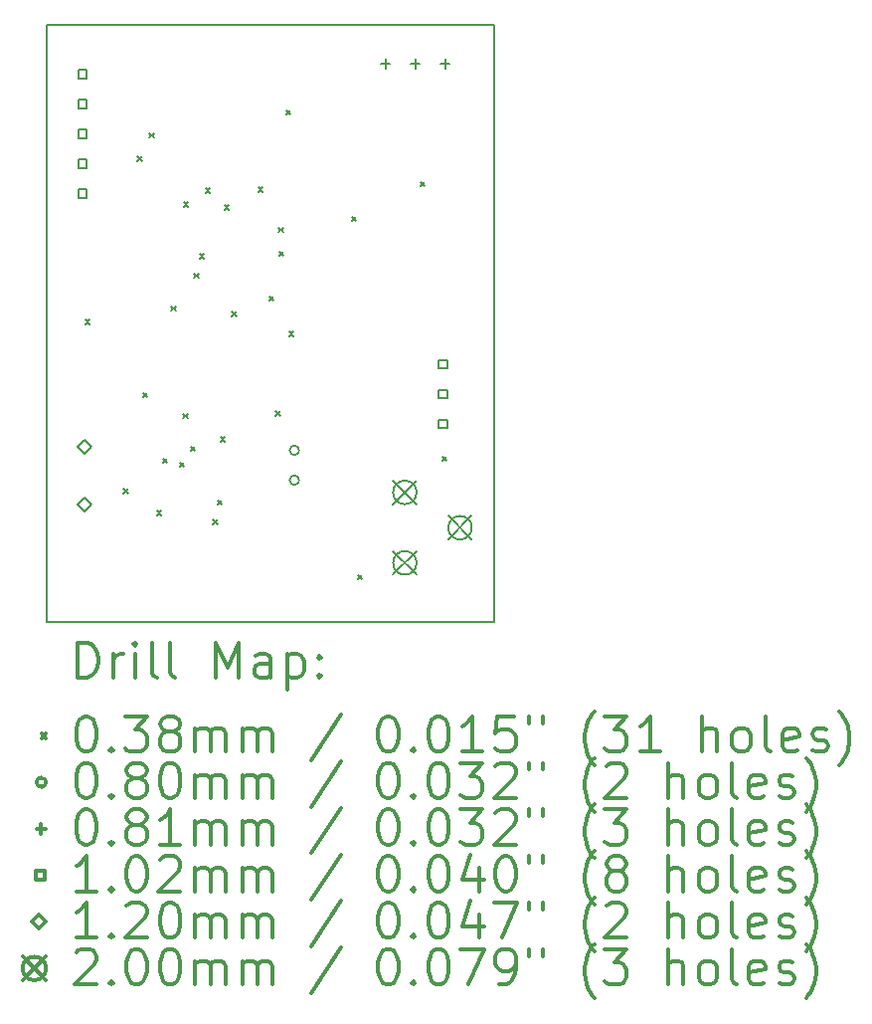
<source format=gbr>
%FSLAX45Y45*%
G04 Gerber Fmt 4.5, Leading zero omitted, Abs format (unit mm)*
G04 Created by KiCad (PCBNEW (2015-08-30 BZR 6134, Git 4e94d52)-product) date 03-Sep-15 10:47:22 PM*
%MOMM*%
G01*
G04 APERTURE LIST*
%ADD10C,0.127000*%
%ADD11C,0.150000*%
%ADD12C,0.200000*%
%ADD13C,0.300000*%
G04 APERTURE END LIST*
D10*
D11*
X17628000Y-7582000D02*
X13818000Y-7582000D01*
X17628000Y-12662000D02*
X17628000Y-7582000D01*
X16358000Y-12662000D02*
X17628000Y-12662000D01*
X15088000Y-7582000D02*
X17628000Y-7582000D01*
X13818000Y-12662000D02*
X16358000Y-12662000D01*
X13818000Y-12662000D02*
X13818000Y-7582000D01*
X17628000Y-7582000D02*
X17628000Y-12662000D01*
D12*
X14144062Y-10090212D02*
X14182162Y-10128312D01*
X14182162Y-10090212D02*
X14144062Y-10128312D01*
X14469058Y-11530398D02*
X14507158Y-11568498D01*
X14507158Y-11530398D02*
X14469058Y-11568498D01*
X14590617Y-8700817D02*
X14628717Y-8738917D01*
X14628717Y-8700817D02*
X14590617Y-8738917D01*
X14637150Y-10712550D02*
X14675250Y-10750650D01*
X14675250Y-10712550D02*
X14637150Y-10750650D01*
X14690950Y-8500950D02*
X14729050Y-8539050D01*
X14729050Y-8500950D02*
X14690950Y-8539050D01*
X14753792Y-11717160D02*
X14791892Y-11755260D01*
X14791892Y-11717160D02*
X14753792Y-11755260D01*
X14806562Y-11269951D02*
X14844662Y-11308051D01*
X14844662Y-11269951D02*
X14806562Y-11308051D01*
X14877016Y-9975594D02*
X14915116Y-10013694D01*
X14915116Y-9975594D02*
X14877016Y-10013694D01*
X14950573Y-11303092D02*
X14988673Y-11341192D01*
X14988673Y-11303092D02*
X14950573Y-11341192D01*
X14979650Y-10890250D02*
X15017750Y-10928350D01*
X15017750Y-10890250D02*
X14979650Y-10928350D01*
X14980950Y-9090950D02*
X15019050Y-9129050D01*
X15019050Y-9090950D02*
X14980950Y-9129050D01*
X15040950Y-11170950D02*
X15079050Y-11209050D01*
X15079050Y-11170950D02*
X15040950Y-11209050D01*
X15071993Y-9696782D02*
X15110093Y-9734882D01*
X15110093Y-9696782D02*
X15071993Y-9734882D01*
X15117018Y-9529782D02*
X15155118Y-9567882D01*
X15155118Y-9529782D02*
X15117018Y-9567882D01*
X15168849Y-8970790D02*
X15206949Y-9008890D01*
X15206949Y-8970790D02*
X15168849Y-9008890D01*
X15233650Y-11791950D02*
X15271750Y-11830050D01*
X15271750Y-11791950D02*
X15233650Y-11830050D01*
X15272150Y-11626950D02*
X15310250Y-11665050D01*
X15310250Y-11626950D02*
X15272150Y-11665050D01*
X15297190Y-11090712D02*
X15335290Y-11128812D01*
X15335290Y-11090712D02*
X15297190Y-11128812D01*
X15328450Y-9115950D02*
X15366550Y-9154050D01*
X15366550Y-9115950D02*
X15328450Y-9154050D01*
X15394870Y-10023649D02*
X15432970Y-10061749D01*
X15432970Y-10023649D02*
X15394870Y-10061749D01*
X15618188Y-8965708D02*
X15656288Y-9003808D01*
X15656288Y-8965708D02*
X15618188Y-9003808D01*
X15710962Y-9890701D02*
X15749062Y-9928801D01*
X15749062Y-9890701D02*
X15710962Y-9928801D01*
X15764806Y-10866975D02*
X15802906Y-10905075D01*
X15802906Y-10866975D02*
X15764806Y-10905075D01*
X15790950Y-9305950D02*
X15829050Y-9344050D01*
X15829050Y-9305950D02*
X15790950Y-9344050D01*
X15795394Y-9511450D02*
X15833494Y-9549550D01*
X15833494Y-9511450D02*
X15795394Y-9549550D01*
X15856350Y-8305452D02*
X15894450Y-8343552D01*
X15894450Y-8305452D02*
X15856350Y-8343552D01*
X15880950Y-10190950D02*
X15919050Y-10229050D01*
X15919050Y-10190950D02*
X15880950Y-10229050D01*
X16415150Y-9213950D02*
X16453250Y-9252050D01*
X16453250Y-9213950D02*
X16415150Y-9252050D01*
X16465550Y-12261850D02*
X16503650Y-12299950D01*
X16503650Y-12261850D02*
X16465550Y-12299950D01*
X16999472Y-8917736D02*
X17037572Y-8955836D01*
X17037572Y-8917736D02*
X16999472Y-8955836D01*
X17183100Y-11252200D02*
X17221200Y-11290300D01*
X17221200Y-11252200D02*
X17183100Y-11290300D01*
X15966205Y-11201500D02*
G75*
G03X15966205Y-11201500I-40005J0D01*
G01*
X15966205Y-11455500D02*
G75*
G03X15966205Y-11455500I-40005J0D01*
G01*
X16700900Y-7871560D02*
X16700900Y-7952840D01*
X16660260Y-7912200D02*
X16741540Y-7912200D01*
X16954900Y-7871560D02*
X16954900Y-7952840D01*
X16914260Y-7912200D02*
X16995540Y-7912200D01*
X17208900Y-7871560D02*
X17208900Y-7952840D01*
X17168260Y-7912200D02*
X17249540Y-7912200D01*
X14158721Y-8037021D02*
X14158721Y-7965179D01*
X14086879Y-7965179D01*
X14086879Y-8037021D01*
X14158721Y-8037021D01*
X14158721Y-8291021D02*
X14158721Y-8219179D01*
X14086879Y-8219179D01*
X14086879Y-8291021D01*
X14158721Y-8291021D01*
X14158721Y-8545021D02*
X14158721Y-8473179D01*
X14086879Y-8473179D01*
X14086879Y-8545021D01*
X14158721Y-8545021D01*
X14158721Y-8799021D02*
X14158721Y-8727179D01*
X14086879Y-8727179D01*
X14086879Y-8799021D01*
X14158721Y-8799021D01*
X14158721Y-9053021D02*
X14158721Y-8981179D01*
X14086879Y-8981179D01*
X14086879Y-9053021D01*
X14158721Y-9053021D01*
X17224501Y-10505901D02*
X17224501Y-10434059D01*
X17152659Y-10434059D01*
X17152659Y-10505901D01*
X17224501Y-10505901D01*
X17224501Y-10759901D02*
X17224501Y-10688059D01*
X17152659Y-10688059D01*
X17152659Y-10759901D01*
X17224501Y-10759901D01*
X17224501Y-11013901D02*
X17224501Y-10942059D01*
X17152659Y-10942059D01*
X17152659Y-11013901D01*
X17224501Y-11013901D01*
X14141088Y-11233250D02*
X14201032Y-11173306D01*
X14141088Y-11113362D01*
X14081144Y-11173306D01*
X14141088Y-11233250D01*
X14141088Y-11721438D02*
X14201032Y-11661494D01*
X14141088Y-11601550D01*
X14081144Y-11661494D01*
X14141088Y-11721438D01*
X16766000Y-11459386D02*
X16966000Y-11659386D01*
X16966000Y-11459386D02*
X16766000Y-11659386D01*
X16966000Y-11559386D02*
G75*
G03X16966000Y-11559386I-100000J0D01*
G01*
X16766000Y-12059334D02*
X16966000Y-12259334D01*
X16966000Y-12059334D02*
X16766000Y-12259334D01*
X16966000Y-12159334D02*
G75*
G03X16966000Y-12159334I-100000J0D01*
G01*
X17235900Y-11759360D02*
X17435900Y-11959360D01*
X17435900Y-11759360D02*
X17235900Y-11959360D01*
X17435900Y-11859360D02*
G75*
G03X17435900Y-11859360I-100000J0D01*
G01*
D13*
X14081928Y-13135214D02*
X14081928Y-12835214D01*
X14153357Y-12835214D01*
X14196214Y-12849500D01*
X14224786Y-12878071D01*
X14239071Y-12906643D01*
X14253357Y-12963786D01*
X14253357Y-13006643D01*
X14239071Y-13063786D01*
X14224786Y-13092357D01*
X14196214Y-13120929D01*
X14153357Y-13135214D01*
X14081928Y-13135214D01*
X14381928Y-13135214D02*
X14381928Y-12935214D01*
X14381928Y-12992357D02*
X14396214Y-12963786D01*
X14410500Y-12949500D01*
X14439071Y-12935214D01*
X14467643Y-12935214D01*
X14567643Y-13135214D02*
X14567643Y-12935214D01*
X14567643Y-12835214D02*
X14553357Y-12849500D01*
X14567643Y-12863786D01*
X14581928Y-12849500D01*
X14567643Y-12835214D01*
X14567643Y-12863786D01*
X14753357Y-13135214D02*
X14724786Y-13120929D01*
X14710500Y-13092357D01*
X14710500Y-12835214D01*
X14910500Y-13135214D02*
X14881928Y-13120929D01*
X14867643Y-13092357D01*
X14867643Y-12835214D01*
X15253357Y-13135214D02*
X15253357Y-12835214D01*
X15353357Y-13049500D01*
X15453357Y-12835214D01*
X15453357Y-13135214D01*
X15724786Y-13135214D02*
X15724786Y-12978071D01*
X15710500Y-12949500D01*
X15681928Y-12935214D01*
X15624786Y-12935214D01*
X15596214Y-12949500D01*
X15724786Y-13120929D02*
X15696214Y-13135214D01*
X15624786Y-13135214D01*
X15596214Y-13120929D01*
X15581928Y-13092357D01*
X15581928Y-13063786D01*
X15596214Y-13035214D01*
X15624786Y-13020929D01*
X15696214Y-13020929D01*
X15724786Y-13006643D01*
X15867643Y-12935214D02*
X15867643Y-13235214D01*
X15867643Y-12949500D02*
X15896214Y-12935214D01*
X15953357Y-12935214D01*
X15981928Y-12949500D01*
X15996214Y-12963786D01*
X16010500Y-12992357D01*
X16010500Y-13078071D01*
X15996214Y-13106643D01*
X15981928Y-13120929D01*
X15953357Y-13135214D01*
X15896214Y-13135214D01*
X15867643Y-13120929D01*
X16139071Y-13106643D02*
X16153357Y-13120929D01*
X16139071Y-13135214D01*
X16124786Y-13120929D01*
X16139071Y-13106643D01*
X16139071Y-13135214D01*
X16139071Y-12949500D02*
X16153357Y-12963786D01*
X16139071Y-12978071D01*
X16124786Y-12963786D01*
X16139071Y-12949500D01*
X16139071Y-12978071D01*
X13772400Y-13610450D02*
X13810500Y-13648550D01*
X13810500Y-13610450D02*
X13772400Y-13648550D01*
X14139071Y-13465214D02*
X14167643Y-13465214D01*
X14196214Y-13479500D01*
X14210500Y-13493786D01*
X14224786Y-13522357D01*
X14239071Y-13579500D01*
X14239071Y-13650929D01*
X14224786Y-13708071D01*
X14210500Y-13736643D01*
X14196214Y-13750929D01*
X14167643Y-13765214D01*
X14139071Y-13765214D01*
X14110500Y-13750929D01*
X14096214Y-13736643D01*
X14081928Y-13708071D01*
X14067643Y-13650929D01*
X14067643Y-13579500D01*
X14081928Y-13522357D01*
X14096214Y-13493786D01*
X14110500Y-13479500D01*
X14139071Y-13465214D01*
X14367643Y-13736643D02*
X14381928Y-13750929D01*
X14367643Y-13765214D01*
X14353357Y-13750929D01*
X14367643Y-13736643D01*
X14367643Y-13765214D01*
X14481928Y-13465214D02*
X14667643Y-13465214D01*
X14567643Y-13579500D01*
X14610500Y-13579500D01*
X14639071Y-13593786D01*
X14653357Y-13608071D01*
X14667643Y-13636643D01*
X14667643Y-13708071D01*
X14653357Y-13736643D01*
X14639071Y-13750929D01*
X14610500Y-13765214D01*
X14524786Y-13765214D01*
X14496214Y-13750929D01*
X14481928Y-13736643D01*
X14839071Y-13593786D02*
X14810500Y-13579500D01*
X14796214Y-13565214D01*
X14781928Y-13536643D01*
X14781928Y-13522357D01*
X14796214Y-13493786D01*
X14810500Y-13479500D01*
X14839071Y-13465214D01*
X14896214Y-13465214D01*
X14924786Y-13479500D01*
X14939071Y-13493786D01*
X14953357Y-13522357D01*
X14953357Y-13536643D01*
X14939071Y-13565214D01*
X14924786Y-13579500D01*
X14896214Y-13593786D01*
X14839071Y-13593786D01*
X14810500Y-13608071D01*
X14796214Y-13622357D01*
X14781928Y-13650929D01*
X14781928Y-13708071D01*
X14796214Y-13736643D01*
X14810500Y-13750929D01*
X14839071Y-13765214D01*
X14896214Y-13765214D01*
X14924786Y-13750929D01*
X14939071Y-13736643D01*
X14953357Y-13708071D01*
X14953357Y-13650929D01*
X14939071Y-13622357D01*
X14924786Y-13608071D01*
X14896214Y-13593786D01*
X15081928Y-13765214D02*
X15081928Y-13565214D01*
X15081928Y-13593786D02*
X15096214Y-13579500D01*
X15124786Y-13565214D01*
X15167643Y-13565214D01*
X15196214Y-13579500D01*
X15210500Y-13608071D01*
X15210500Y-13765214D01*
X15210500Y-13608071D02*
X15224786Y-13579500D01*
X15253357Y-13565214D01*
X15296214Y-13565214D01*
X15324786Y-13579500D01*
X15339071Y-13608071D01*
X15339071Y-13765214D01*
X15481928Y-13765214D02*
X15481928Y-13565214D01*
X15481928Y-13593786D02*
X15496214Y-13579500D01*
X15524786Y-13565214D01*
X15567643Y-13565214D01*
X15596214Y-13579500D01*
X15610500Y-13608071D01*
X15610500Y-13765214D01*
X15610500Y-13608071D02*
X15624786Y-13579500D01*
X15653357Y-13565214D01*
X15696214Y-13565214D01*
X15724786Y-13579500D01*
X15739071Y-13608071D01*
X15739071Y-13765214D01*
X16324786Y-13450929D02*
X16067643Y-13836643D01*
X16710500Y-13465214D02*
X16739071Y-13465214D01*
X16767643Y-13479500D01*
X16781928Y-13493786D01*
X16796214Y-13522357D01*
X16810500Y-13579500D01*
X16810500Y-13650929D01*
X16796214Y-13708071D01*
X16781928Y-13736643D01*
X16767643Y-13750929D01*
X16739071Y-13765214D01*
X16710500Y-13765214D01*
X16681928Y-13750929D01*
X16667643Y-13736643D01*
X16653357Y-13708071D01*
X16639071Y-13650929D01*
X16639071Y-13579500D01*
X16653357Y-13522357D01*
X16667643Y-13493786D01*
X16681928Y-13479500D01*
X16710500Y-13465214D01*
X16939071Y-13736643D02*
X16953357Y-13750929D01*
X16939071Y-13765214D01*
X16924786Y-13750929D01*
X16939071Y-13736643D01*
X16939071Y-13765214D01*
X17139071Y-13465214D02*
X17167643Y-13465214D01*
X17196214Y-13479500D01*
X17210500Y-13493786D01*
X17224786Y-13522357D01*
X17239071Y-13579500D01*
X17239071Y-13650929D01*
X17224786Y-13708071D01*
X17210500Y-13736643D01*
X17196214Y-13750929D01*
X17167643Y-13765214D01*
X17139071Y-13765214D01*
X17110500Y-13750929D01*
X17096214Y-13736643D01*
X17081928Y-13708071D01*
X17067643Y-13650929D01*
X17067643Y-13579500D01*
X17081928Y-13522357D01*
X17096214Y-13493786D01*
X17110500Y-13479500D01*
X17139071Y-13465214D01*
X17524786Y-13765214D02*
X17353357Y-13765214D01*
X17439071Y-13765214D02*
X17439071Y-13465214D01*
X17410500Y-13508071D01*
X17381928Y-13536643D01*
X17353357Y-13550929D01*
X17796214Y-13465214D02*
X17653357Y-13465214D01*
X17639071Y-13608071D01*
X17653357Y-13593786D01*
X17681928Y-13579500D01*
X17753357Y-13579500D01*
X17781928Y-13593786D01*
X17796214Y-13608071D01*
X17810500Y-13636643D01*
X17810500Y-13708071D01*
X17796214Y-13736643D01*
X17781928Y-13750929D01*
X17753357Y-13765214D01*
X17681928Y-13765214D01*
X17653357Y-13750929D01*
X17639071Y-13736643D01*
X17924786Y-13465214D02*
X17924786Y-13522357D01*
X18039071Y-13465214D02*
X18039071Y-13522357D01*
X18481928Y-13879500D02*
X18467643Y-13865214D01*
X18439071Y-13822357D01*
X18424786Y-13793786D01*
X18410500Y-13750929D01*
X18396214Y-13679500D01*
X18396214Y-13622357D01*
X18410500Y-13550929D01*
X18424786Y-13508071D01*
X18439071Y-13479500D01*
X18467643Y-13436643D01*
X18481928Y-13422357D01*
X18567643Y-13465214D02*
X18753357Y-13465214D01*
X18653357Y-13579500D01*
X18696214Y-13579500D01*
X18724786Y-13593786D01*
X18739071Y-13608071D01*
X18753357Y-13636643D01*
X18753357Y-13708071D01*
X18739071Y-13736643D01*
X18724786Y-13750929D01*
X18696214Y-13765214D01*
X18610500Y-13765214D01*
X18581928Y-13750929D01*
X18567643Y-13736643D01*
X19039071Y-13765214D02*
X18867643Y-13765214D01*
X18953357Y-13765214D02*
X18953357Y-13465214D01*
X18924786Y-13508071D01*
X18896214Y-13536643D01*
X18867643Y-13550929D01*
X19396214Y-13765214D02*
X19396214Y-13465214D01*
X19524786Y-13765214D02*
X19524786Y-13608071D01*
X19510500Y-13579500D01*
X19481928Y-13565214D01*
X19439071Y-13565214D01*
X19410500Y-13579500D01*
X19396214Y-13593786D01*
X19710500Y-13765214D02*
X19681928Y-13750929D01*
X19667643Y-13736643D01*
X19653357Y-13708071D01*
X19653357Y-13622357D01*
X19667643Y-13593786D01*
X19681928Y-13579500D01*
X19710500Y-13565214D01*
X19753357Y-13565214D01*
X19781928Y-13579500D01*
X19796214Y-13593786D01*
X19810500Y-13622357D01*
X19810500Y-13708071D01*
X19796214Y-13736643D01*
X19781928Y-13750929D01*
X19753357Y-13765214D01*
X19710500Y-13765214D01*
X19981928Y-13765214D02*
X19953357Y-13750929D01*
X19939071Y-13722357D01*
X19939071Y-13465214D01*
X20210500Y-13750929D02*
X20181929Y-13765214D01*
X20124786Y-13765214D01*
X20096214Y-13750929D01*
X20081929Y-13722357D01*
X20081929Y-13608071D01*
X20096214Y-13579500D01*
X20124786Y-13565214D01*
X20181929Y-13565214D01*
X20210500Y-13579500D01*
X20224786Y-13608071D01*
X20224786Y-13636643D01*
X20081929Y-13665214D01*
X20339071Y-13750929D02*
X20367643Y-13765214D01*
X20424786Y-13765214D01*
X20453357Y-13750929D01*
X20467643Y-13722357D01*
X20467643Y-13708071D01*
X20453357Y-13679500D01*
X20424786Y-13665214D01*
X20381929Y-13665214D01*
X20353357Y-13650929D01*
X20339071Y-13622357D01*
X20339071Y-13608071D01*
X20353357Y-13579500D01*
X20381929Y-13565214D01*
X20424786Y-13565214D01*
X20453357Y-13579500D01*
X20567643Y-13879500D02*
X20581929Y-13865214D01*
X20610500Y-13822357D01*
X20624786Y-13793786D01*
X20639071Y-13750929D01*
X20653357Y-13679500D01*
X20653357Y-13622357D01*
X20639071Y-13550929D01*
X20624786Y-13508071D01*
X20610500Y-13479500D01*
X20581929Y-13436643D01*
X20567643Y-13422357D01*
X13810500Y-14025500D02*
G75*
G03X13810500Y-14025500I-40005J0D01*
G01*
X14139071Y-13861214D02*
X14167643Y-13861214D01*
X14196214Y-13875500D01*
X14210500Y-13889786D01*
X14224786Y-13918357D01*
X14239071Y-13975500D01*
X14239071Y-14046929D01*
X14224786Y-14104071D01*
X14210500Y-14132643D01*
X14196214Y-14146929D01*
X14167643Y-14161214D01*
X14139071Y-14161214D01*
X14110500Y-14146929D01*
X14096214Y-14132643D01*
X14081928Y-14104071D01*
X14067643Y-14046929D01*
X14067643Y-13975500D01*
X14081928Y-13918357D01*
X14096214Y-13889786D01*
X14110500Y-13875500D01*
X14139071Y-13861214D01*
X14367643Y-14132643D02*
X14381928Y-14146929D01*
X14367643Y-14161214D01*
X14353357Y-14146929D01*
X14367643Y-14132643D01*
X14367643Y-14161214D01*
X14553357Y-13989786D02*
X14524786Y-13975500D01*
X14510500Y-13961214D01*
X14496214Y-13932643D01*
X14496214Y-13918357D01*
X14510500Y-13889786D01*
X14524786Y-13875500D01*
X14553357Y-13861214D01*
X14610500Y-13861214D01*
X14639071Y-13875500D01*
X14653357Y-13889786D01*
X14667643Y-13918357D01*
X14667643Y-13932643D01*
X14653357Y-13961214D01*
X14639071Y-13975500D01*
X14610500Y-13989786D01*
X14553357Y-13989786D01*
X14524786Y-14004071D01*
X14510500Y-14018357D01*
X14496214Y-14046929D01*
X14496214Y-14104071D01*
X14510500Y-14132643D01*
X14524786Y-14146929D01*
X14553357Y-14161214D01*
X14610500Y-14161214D01*
X14639071Y-14146929D01*
X14653357Y-14132643D01*
X14667643Y-14104071D01*
X14667643Y-14046929D01*
X14653357Y-14018357D01*
X14639071Y-14004071D01*
X14610500Y-13989786D01*
X14853357Y-13861214D02*
X14881928Y-13861214D01*
X14910500Y-13875500D01*
X14924786Y-13889786D01*
X14939071Y-13918357D01*
X14953357Y-13975500D01*
X14953357Y-14046929D01*
X14939071Y-14104071D01*
X14924786Y-14132643D01*
X14910500Y-14146929D01*
X14881928Y-14161214D01*
X14853357Y-14161214D01*
X14824786Y-14146929D01*
X14810500Y-14132643D01*
X14796214Y-14104071D01*
X14781928Y-14046929D01*
X14781928Y-13975500D01*
X14796214Y-13918357D01*
X14810500Y-13889786D01*
X14824786Y-13875500D01*
X14853357Y-13861214D01*
X15081928Y-14161214D02*
X15081928Y-13961214D01*
X15081928Y-13989786D02*
X15096214Y-13975500D01*
X15124786Y-13961214D01*
X15167643Y-13961214D01*
X15196214Y-13975500D01*
X15210500Y-14004071D01*
X15210500Y-14161214D01*
X15210500Y-14004071D02*
X15224786Y-13975500D01*
X15253357Y-13961214D01*
X15296214Y-13961214D01*
X15324786Y-13975500D01*
X15339071Y-14004071D01*
X15339071Y-14161214D01*
X15481928Y-14161214D02*
X15481928Y-13961214D01*
X15481928Y-13989786D02*
X15496214Y-13975500D01*
X15524786Y-13961214D01*
X15567643Y-13961214D01*
X15596214Y-13975500D01*
X15610500Y-14004071D01*
X15610500Y-14161214D01*
X15610500Y-14004071D02*
X15624786Y-13975500D01*
X15653357Y-13961214D01*
X15696214Y-13961214D01*
X15724786Y-13975500D01*
X15739071Y-14004071D01*
X15739071Y-14161214D01*
X16324786Y-13846929D02*
X16067643Y-14232643D01*
X16710500Y-13861214D02*
X16739071Y-13861214D01*
X16767643Y-13875500D01*
X16781928Y-13889786D01*
X16796214Y-13918357D01*
X16810500Y-13975500D01*
X16810500Y-14046929D01*
X16796214Y-14104071D01*
X16781928Y-14132643D01*
X16767643Y-14146929D01*
X16739071Y-14161214D01*
X16710500Y-14161214D01*
X16681928Y-14146929D01*
X16667643Y-14132643D01*
X16653357Y-14104071D01*
X16639071Y-14046929D01*
X16639071Y-13975500D01*
X16653357Y-13918357D01*
X16667643Y-13889786D01*
X16681928Y-13875500D01*
X16710500Y-13861214D01*
X16939071Y-14132643D02*
X16953357Y-14146929D01*
X16939071Y-14161214D01*
X16924786Y-14146929D01*
X16939071Y-14132643D01*
X16939071Y-14161214D01*
X17139071Y-13861214D02*
X17167643Y-13861214D01*
X17196214Y-13875500D01*
X17210500Y-13889786D01*
X17224786Y-13918357D01*
X17239071Y-13975500D01*
X17239071Y-14046929D01*
X17224786Y-14104071D01*
X17210500Y-14132643D01*
X17196214Y-14146929D01*
X17167643Y-14161214D01*
X17139071Y-14161214D01*
X17110500Y-14146929D01*
X17096214Y-14132643D01*
X17081928Y-14104071D01*
X17067643Y-14046929D01*
X17067643Y-13975500D01*
X17081928Y-13918357D01*
X17096214Y-13889786D01*
X17110500Y-13875500D01*
X17139071Y-13861214D01*
X17339071Y-13861214D02*
X17524786Y-13861214D01*
X17424786Y-13975500D01*
X17467643Y-13975500D01*
X17496214Y-13989786D01*
X17510500Y-14004071D01*
X17524786Y-14032643D01*
X17524786Y-14104071D01*
X17510500Y-14132643D01*
X17496214Y-14146929D01*
X17467643Y-14161214D01*
X17381928Y-14161214D01*
X17353357Y-14146929D01*
X17339071Y-14132643D01*
X17639071Y-13889786D02*
X17653357Y-13875500D01*
X17681928Y-13861214D01*
X17753357Y-13861214D01*
X17781928Y-13875500D01*
X17796214Y-13889786D01*
X17810500Y-13918357D01*
X17810500Y-13946929D01*
X17796214Y-13989786D01*
X17624786Y-14161214D01*
X17810500Y-14161214D01*
X17924786Y-13861214D02*
X17924786Y-13918357D01*
X18039071Y-13861214D02*
X18039071Y-13918357D01*
X18481928Y-14275500D02*
X18467643Y-14261214D01*
X18439071Y-14218357D01*
X18424786Y-14189786D01*
X18410500Y-14146929D01*
X18396214Y-14075500D01*
X18396214Y-14018357D01*
X18410500Y-13946929D01*
X18424786Y-13904071D01*
X18439071Y-13875500D01*
X18467643Y-13832643D01*
X18481928Y-13818357D01*
X18581928Y-13889786D02*
X18596214Y-13875500D01*
X18624786Y-13861214D01*
X18696214Y-13861214D01*
X18724786Y-13875500D01*
X18739071Y-13889786D01*
X18753357Y-13918357D01*
X18753357Y-13946929D01*
X18739071Y-13989786D01*
X18567643Y-14161214D01*
X18753357Y-14161214D01*
X19110500Y-14161214D02*
X19110500Y-13861214D01*
X19239071Y-14161214D02*
X19239071Y-14004071D01*
X19224786Y-13975500D01*
X19196214Y-13961214D01*
X19153357Y-13961214D01*
X19124786Y-13975500D01*
X19110500Y-13989786D01*
X19424786Y-14161214D02*
X19396214Y-14146929D01*
X19381928Y-14132643D01*
X19367643Y-14104071D01*
X19367643Y-14018357D01*
X19381928Y-13989786D01*
X19396214Y-13975500D01*
X19424786Y-13961214D01*
X19467643Y-13961214D01*
X19496214Y-13975500D01*
X19510500Y-13989786D01*
X19524786Y-14018357D01*
X19524786Y-14104071D01*
X19510500Y-14132643D01*
X19496214Y-14146929D01*
X19467643Y-14161214D01*
X19424786Y-14161214D01*
X19696214Y-14161214D02*
X19667643Y-14146929D01*
X19653357Y-14118357D01*
X19653357Y-13861214D01*
X19924786Y-14146929D02*
X19896214Y-14161214D01*
X19839071Y-14161214D01*
X19810500Y-14146929D01*
X19796214Y-14118357D01*
X19796214Y-14004071D01*
X19810500Y-13975500D01*
X19839071Y-13961214D01*
X19896214Y-13961214D01*
X19924786Y-13975500D01*
X19939071Y-14004071D01*
X19939071Y-14032643D01*
X19796214Y-14061214D01*
X20053357Y-14146929D02*
X20081929Y-14161214D01*
X20139071Y-14161214D01*
X20167643Y-14146929D01*
X20181929Y-14118357D01*
X20181929Y-14104071D01*
X20167643Y-14075500D01*
X20139071Y-14061214D01*
X20096214Y-14061214D01*
X20067643Y-14046929D01*
X20053357Y-14018357D01*
X20053357Y-14004071D01*
X20067643Y-13975500D01*
X20096214Y-13961214D01*
X20139071Y-13961214D01*
X20167643Y-13975500D01*
X20281928Y-14275500D02*
X20296214Y-14261214D01*
X20324786Y-14218357D01*
X20339071Y-14189786D01*
X20353357Y-14146929D01*
X20367643Y-14075500D01*
X20367643Y-14018357D01*
X20353357Y-13946929D01*
X20339071Y-13904071D01*
X20324786Y-13875500D01*
X20296214Y-13832643D01*
X20281928Y-13818357D01*
X13769860Y-14380860D02*
X13769860Y-14462140D01*
X13729220Y-14421500D02*
X13810500Y-14421500D01*
X14139071Y-14257214D02*
X14167643Y-14257214D01*
X14196214Y-14271500D01*
X14210500Y-14285786D01*
X14224786Y-14314357D01*
X14239071Y-14371500D01*
X14239071Y-14442929D01*
X14224786Y-14500071D01*
X14210500Y-14528643D01*
X14196214Y-14542929D01*
X14167643Y-14557214D01*
X14139071Y-14557214D01*
X14110500Y-14542929D01*
X14096214Y-14528643D01*
X14081928Y-14500071D01*
X14067643Y-14442929D01*
X14067643Y-14371500D01*
X14081928Y-14314357D01*
X14096214Y-14285786D01*
X14110500Y-14271500D01*
X14139071Y-14257214D01*
X14367643Y-14528643D02*
X14381928Y-14542929D01*
X14367643Y-14557214D01*
X14353357Y-14542929D01*
X14367643Y-14528643D01*
X14367643Y-14557214D01*
X14553357Y-14385786D02*
X14524786Y-14371500D01*
X14510500Y-14357214D01*
X14496214Y-14328643D01*
X14496214Y-14314357D01*
X14510500Y-14285786D01*
X14524786Y-14271500D01*
X14553357Y-14257214D01*
X14610500Y-14257214D01*
X14639071Y-14271500D01*
X14653357Y-14285786D01*
X14667643Y-14314357D01*
X14667643Y-14328643D01*
X14653357Y-14357214D01*
X14639071Y-14371500D01*
X14610500Y-14385786D01*
X14553357Y-14385786D01*
X14524786Y-14400071D01*
X14510500Y-14414357D01*
X14496214Y-14442929D01*
X14496214Y-14500071D01*
X14510500Y-14528643D01*
X14524786Y-14542929D01*
X14553357Y-14557214D01*
X14610500Y-14557214D01*
X14639071Y-14542929D01*
X14653357Y-14528643D01*
X14667643Y-14500071D01*
X14667643Y-14442929D01*
X14653357Y-14414357D01*
X14639071Y-14400071D01*
X14610500Y-14385786D01*
X14953357Y-14557214D02*
X14781928Y-14557214D01*
X14867643Y-14557214D02*
X14867643Y-14257214D01*
X14839071Y-14300071D01*
X14810500Y-14328643D01*
X14781928Y-14342929D01*
X15081928Y-14557214D02*
X15081928Y-14357214D01*
X15081928Y-14385786D02*
X15096214Y-14371500D01*
X15124786Y-14357214D01*
X15167643Y-14357214D01*
X15196214Y-14371500D01*
X15210500Y-14400071D01*
X15210500Y-14557214D01*
X15210500Y-14400071D02*
X15224786Y-14371500D01*
X15253357Y-14357214D01*
X15296214Y-14357214D01*
X15324786Y-14371500D01*
X15339071Y-14400071D01*
X15339071Y-14557214D01*
X15481928Y-14557214D02*
X15481928Y-14357214D01*
X15481928Y-14385786D02*
X15496214Y-14371500D01*
X15524786Y-14357214D01*
X15567643Y-14357214D01*
X15596214Y-14371500D01*
X15610500Y-14400071D01*
X15610500Y-14557214D01*
X15610500Y-14400071D02*
X15624786Y-14371500D01*
X15653357Y-14357214D01*
X15696214Y-14357214D01*
X15724786Y-14371500D01*
X15739071Y-14400071D01*
X15739071Y-14557214D01*
X16324786Y-14242929D02*
X16067643Y-14628643D01*
X16710500Y-14257214D02*
X16739071Y-14257214D01*
X16767643Y-14271500D01*
X16781928Y-14285786D01*
X16796214Y-14314357D01*
X16810500Y-14371500D01*
X16810500Y-14442929D01*
X16796214Y-14500071D01*
X16781928Y-14528643D01*
X16767643Y-14542929D01*
X16739071Y-14557214D01*
X16710500Y-14557214D01*
X16681928Y-14542929D01*
X16667643Y-14528643D01*
X16653357Y-14500071D01*
X16639071Y-14442929D01*
X16639071Y-14371500D01*
X16653357Y-14314357D01*
X16667643Y-14285786D01*
X16681928Y-14271500D01*
X16710500Y-14257214D01*
X16939071Y-14528643D02*
X16953357Y-14542929D01*
X16939071Y-14557214D01*
X16924786Y-14542929D01*
X16939071Y-14528643D01*
X16939071Y-14557214D01*
X17139071Y-14257214D02*
X17167643Y-14257214D01*
X17196214Y-14271500D01*
X17210500Y-14285786D01*
X17224786Y-14314357D01*
X17239071Y-14371500D01*
X17239071Y-14442929D01*
X17224786Y-14500071D01*
X17210500Y-14528643D01*
X17196214Y-14542929D01*
X17167643Y-14557214D01*
X17139071Y-14557214D01*
X17110500Y-14542929D01*
X17096214Y-14528643D01*
X17081928Y-14500071D01*
X17067643Y-14442929D01*
X17067643Y-14371500D01*
X17081928Y-14314357D01*
X17096214Y-14285786D01*
X17110500Y-14271500D01*
X17139071Y-14257214D01*
X17339071Y-14257214D02*
X17524786Y-14257214D01*
X17424786Y-14371500D01*
X17467643Y-14371500D01*
X17496214Y-14385786D01*
X17510500Y-14400071D01*
X17524786Y-14428643D01*
X17524786Y-14500071D01*
X17510500Y-14528643D01*
X17496214Y-14542929D01*
X17467643Y-14557214D01*
X17381928Y-14557214D01*
X17353357Y-14542929D01*
X17339071Y-14528643D01*
X17639071Y-14285786D02*
X17653357Y-14271500D01*
X17681928Y-14257214D01*
X17753357Y-14257214D01*
X17781928Y-14271500D01*
X17796214Y-14285786D01*
X17810500Y-14314357D01*
X17810500Y-14342929D01*
X17796214Y-14385786D01*
X17624786Y-14557214D01*
X17810500Y-14557214D01*
X17924786Y-14257214D02*
X17924786Y-14314357D01*
X18039071Y-14257214D02*
X18039071Y-14314357D01*
X18481928Y-14671500D02*
X18467643Y-14657214D01*
X18439071Y-14614357D01*
X18424786Y-14585786D01*
X18410500Y-14542929D01*
X18396214Y-14471500D01*
X18396214Y-14414357D01*
X18410500Y-14342929D01*
X18424786Y-14300071D01*
X18439071Y-14271500D01*
X18467643Y-14228643D01*
X18481928Y-14214357D01*
X18567643Y-14257214D02*
X18753357Y-14257214D01*
X18653357Y-14371500D01*
X18696214Y-14371500D01*
X18724786Y-14385786D01*
X18739071Y-14400071D01*
X18753357Y-14428643D01*
X18753357Y-14500071D01*
X18739071Y-14528643D01*
X18724786Y-14542929D01*
X18696214Y-14557214D01*
X18610500Y-14557214D01*
X18581928Y-14542929D01*
X18567643Y-14528643D01*
X19110500Y-14557214D02*
X19110500Y-14257214D01*
X19239071Y-14557214D02*
X19239071Y-14400071D01*
X19224786Y-14371500D01*
X19196214Y-14357214D01*
X19153357Y-14357214D01*
X19124786Y-14371500D01*
X19110500Y-14385786D01*
X19424786Y-14557214D02*
X19396214Y-14542929D01*
X19381928Y-14528643D01*
X19367643Y-14500071D01*
X19367643Y-14414357D01*
X19381928Y-14385786D01*
X19396214Y-14371500D01*
X19424786Y-14357214D01*
X19467643Y-14357214D01*
X19496214Y-14371500D01*
X19510500Y-14385786D01*
X19524786Y-14414357D01*
X19524786Y-14500071D01*
X19510500Y-14528643D01*
X19496214Y-14542929D01*
X19467643Y-14557214D01*
X19424786Y-14557214D01*
X19696214Y-14557214D02*
X19667643Y-14542929D01*
X19653357Y-14514357D01*
X19653357Y-14257214D01*
X19924786Y-14542929D02*
X19896214Y-14557214D01*
X19839071Y-14557214D01*
X19810500Y-14542929D01*
X19796214Y-14514357D01*
X19796214Y-14400071D01*
X19810500Y-14371500D01*
X19839071Y-14357214D01*
X19896214Y-14357214D01*
X19924786Y-14371500D01*
X19939071Y-14400071D01*
X19939071Y-14428643D01*
X19796214Y-14457214D01*
X20053357Y-14542929D02*
X20081929Y-14557214D01*
X20139071Y-14557214D01*
X20167643Y-14542929D01*
X20181929Y-14514357D01*
X20181929Y-14500071D01*
X20167643Y-14471500D01*
X20139071Y-14457214D01*
X20096214Y-14457214D01*
X20067643Y-14442929D01*
X20053357Y-14414357D01*
X20053357Y-14400071D01*
X20067643Y-14371500D01*
X20096214Y-14357214D01*
X20139071Y-14357214D01*
X20167643Y-14371500D01*
X20281928Y-14671500D02*
X20296214Y-14657214D01*
X20324786Y-14614357D01*
X20339071Y-14585786D01*
X20353357Y-14542929D01*
X20367643Y-14471500D01*
X20367643Y-14414357D01*
X20353357Y-14342929D01*
X20339071Y-14300071D01*
X20324786Y-14271500D01*
X20296214Y-14228643D01*
X20281928Y-14214357D01*
X13795621Y-14853421D02*
X13795621Y-14781579D01*
X13723778Y-14781579D01*
X13723778Y-14853421D01*
X13795621Y-14853421D01*
X14239071Y-14953214D02*
X14067643Y-14953214D01*
X14153357Y-14953214D02*
X14153357Y-14653214D01*
X14124786Y-14696071D01*
X14096214Y-14724643D01*
X14067643Y-14738929D01*
X14367643Y-14924643D02*
X14381928Y-14938929D01*
X14367643Y-14953214D01*
X14353357Y-14938929D01*
X14367643Y-14924643D01*
X14367643Y-14953214D01*
X14567643Y-14653214D02*
X14596214Y-14653214D01*
X14624786Y-14667500D01*
X14639071Y-14681786D01*
X14653357Y-14710357D01*
X14667643Y-14767500D01*
X14667643Y-14838929D01*
X14653357Y-14896071D01*
X14639071Y-14924643D01*
X14624786Y-14938929D01*
X14596214Y-14953214D01*
X14567643Y-14953214D01*
X14539071Y-14938929D01*
X14524786Y-14924643D01*
X14510500Y-14896071D01*
X14496214Y-14838929D01*
X14496214Y-14767500D01*
X14510500Y-14710357D01*
X14524786Y-14681786D01*
X14539071Y-14667500D01*
X14567643Y-14653214D01*
X14781928Y-14681786D02*
X14796214Y-14667500D01*
X14824786Y-14653214D01*
X14896214Y-14653214D01*
X14924786Y-14667500D01*
X14939071Y-14681786D01*
X14953357Y-14710357D01*
X14953357Y-14738929D01*
X14939071Y-14781786D01*
X14767643Y-14953214D01*
X14953357Y-14953214D01*
X15081928Y-14953214D02*
X15081928Y-14753214D01*
X15081928Y-14781786D02*
X15096214Y-14767500D01*
X15124786Y-14753214D01*
X15167643Y-14753214D01*
X15196214Y-14767500D01*
X15210500Y-14796071D01*
X15210500Y-14953214D01*
X15210500Y-14796071D02*
X15224786Y-14767500D01*
X15253357Y-14753214D01*
X15296214Y-14753214D01*
X15324786Y-14767500D01*
X15339071Y-14796071D01*
X15339071Y-14953214D01*
X15481928Y-14953214D02*
X15481928Y-14753214D01*
X15481928Y-14781786D02*
X15496214Y-14767500D01*
X15524786Y-14753214D01*
X15567643Y-14753214D01*
X15596214Y-14767500D01*
X15610500Y-14796071D01*
X15610500Y-14953214D01*
X15610500Y-14796071D02*
X15624786Y-14767500D01*
X15653357Y-14753214D01*
X15696214Y-14753214D01*
X15724786Y-14767500D01*
X15739071Y-14796071D01*
X15739071Y-14953214D01*
X16324786Y-14638929D02*
X16067643Y-15024643D01*
X16710500Y-14653214D02*
X16739071Y-14653214D01*
X16767643Y-14667500D01*
X16781928Y-14681786D01*
X16796214Y-14710357D01*
X16810500Y-14767500D01*
X16810500Y-14838929D01*
X16796214Y-14896071D01*
X16781928Y-14924643D01*
X16767643Y-14938929D01*
X16739071Y-14953214D01*
X16710500Y-14953214D01*
X16681928Y-14938929D01*
X16667643Y-14924643D01*
X16653357Y-14896071D01*
X16639071Y-14838929D01*
X16639071Y-14767500D01*
X16653357Y-14710357D01*
X16667643Y-14681786D01*
X16681928Y-14667500D01*
X16710500Y-14653214D01*
X16939071Y-14924643D02*
X16953357Y-14938929D01*
X16939071Y-14953214D01*
X16924786Y-14938929D01*
X16939071Y-14924643D01*
X16939071Y-14953214D01*
X17139071Y-14653214D02*
X17167643Y-14653214D01*
X17196214Y-14667500D01*
X17210500Y-14681786D01*
X17224786Y-14710357D01*
X17239071Y-14767500D01*
X17239071Y-14838929D01*
X17224786Y-14896071D01*
X17210500Y-14924643D01*
X17196214Y-14938929D01*
X17167643Y-14953214D01*
X17139071Y-14953214D01*
X17110500Y-14938929D01*
X17096214Y-14924643D01*
X17081928Y-14896071D01*
X17067643Y-14838929D01*
X17067643Y-14767500D01*
X17081928Y-14710357D01*
X17096214Y-14681786D01*
X17110500Y-14667500D01*
X17139071Y-14653214D01*
X17496214Y-14753214D02*
X17496214Y-14953214D01*
X17424786Y-14638929D02*
X17353357Y-14853214D01*
X17539071Y-14853214D01*
X17710500Y-14653214D02*
X17739071Y-14653214D01*
X17767643Y-14667500D01*
X17781928Y-14681786D01*
X17796214Y-14710357D01*
X17810500Y-14767500D01*
X17810500Y-14838929D01*
X17796214Y-14896071D01*
X17781928Y-14924643D01*
X17767643Y-14938929D01*
X17739071Y-14953214D01*
X17710500Y-14953214D01*
X17681928Y-14938929D01*
X17667643Y-14924643D01*
X17653357Y-14896071D01*
X17639071Y-14838929D01*
X17639071Y-14767500D01*
X17653357Y-14710357D01*
X17667643Y-14681786D01*
X17681928Y-14667500D01*
X17710500Y-14653214D01*
X17924786Y-14653214D02*
X17924786Y-14710357D01*
X18039071Y-14653214D02*
X18039071Y-14710357D01*
X18481928Y-15067500D02*
X18467643Y-15053214D01*
X18439071Y-15010357D01*
X18424786Y-14981786D01*
X18410500Y-14938929D01*
X18396214Y-14867500D01*
X18396214Y-14810357D01*
X18410500Y-14738929D01*
X18424786Y-14696071D01*
X18439071Y-14667500D01*
X18467643Y-14624643D01*
X18481928Y-14610357D01*
X18639071Y-14781786D02*
X18610500Y-14767500D01*
X18596214Y-14753214D01*
X18581928Y-14724643D01*
X18581928Y-14710357D01*
X18596214Y-14681786D01*
X18610500Y-14667500D01*
X18639071Y-14653214D01*
X18696214Y-14653214D01*
X18724786Y-14667500D01*
X18739071Y-14681786D01*
X18753357Y-14710357D01*
X18753357Y-14724643D01*
X18739071Y-14753214D01*
X18724786Y-14767500D01*
X18696214Y-14781786D01*
X18639071Y-14781786D01*
X18610500Y-14796071D01*
X18596214Y-14810357D01*
X18581928Y-14838929D01*
X18581928Y-14896071D01*
X18596214Y-14924643D01*
X18610500Y-14938929D01*
X18639071Y-14953214D01*
X18696214Y-14953214D01*
X18724786Y-14938929D01*
X18739071Y-14924643D01*
X18753357Y-14896071D01*
X18753357Y-14838929D01*
X18739071Y-14810357D01*
X18724786Y-14796071D01*
X18696214Y-14781786D01*
X19110500Y-14953214D02*
X19110500Y-14653214D01*
X19239071Y-14953214D02*
X19239071Y-14796071D01*
X19224786Y-14767500D01*
X19196214Y-14753214D01*
X19153357Y-14753214D01*
X19124786Y-14767500D01*
X19110500Y-14781786D01*
X19424786Y-14953214D02*
X19396214Y-14938929D01*
X19381928Y-14924643D01*
X19367643Y-14896071D01*
X19367643Y-14810357D01*
X19381928Y-14781786D01*
X19396214Y-14767500D01*
X19424786Y-14753214D01*
X19467643Y-14753214D01*
X19496214Y-14767500D01*
X19510500Y-14781786D01*
X19524786Y-14810357D01*
X19524786Y-14896071D01*
X19510500Y-14924643D01*
X19496214Y-14938929D01*
X19467643Y-14953214D01*
X19424786Y-14953214D01*
X19696214Y-14953214D02*
X19667643Y-14938929D01*
X19653357Y-14910357D01*
X19653357Y-14653214D01*
X19924786Y-14938929D02*
X19896214Y-14953214D01*
X19839071Y-14953214D01*
X19810500Y-14938929D01*
X19796214Y-14910357D01*
X19796214Y-14796071D01*
X19810500Y-14767500D01*
X19839071Y-14753214D01*
X19896214Y-14753214D01*
X19924786Y-14767500D01*
X19939071Y-14796071D01*
X19939071Y-14824643D01*
X19796214Y-14853214D01*
X20053357Y-14938929D02*
X20081929Y-14953214D01*
X20139071Y-14953214D01*
X20167643Y-14938929D01*
X20181929Y-14910357D01*
X20181929Y-14896071D01*
X20167643Y-14867500D01*
X20139071Y-14853214D01*
X20096214Y-14853214D01*
X20067643Y-14838929D01*
X20053357Y-14810357D01*
X20053357Y-14796071D01*
X20067643Y-14767500D01*
X20096214Y-14753214D01*
X20139071Y-14753214D01*
X20167643Y-14767500D01*
X20281928Y-15067500D02*
X20296214Y-15053214D01*
X20324786Y-15010357D01*
X20339071Y-14981786D01*
X20353357Y-14938929D01*
X20367643Y-14867500D01*
X20367643Y-14810357D01*
X20353357Y-14738929D01*
X20339071Y-14696071D01*
X20324786Y-14667500D01*
X20296214Y-14624643D01*
X20281928Y-14610357D01*
X13750556Y-15273444D02*
X13810500Y-15213500D01*
X13750556Y-15153556D01*
X13690612Y-15213500D01*
X13750556Y-15273444D01*
X14239071Y-15349214D02*
X14067643Y-15349214D01*
X14153357Y-15349214D02*
X14153357Y-15049214D01*
X14124786Y-15092071D01*
X14096214Y-15120643D01*
X14067643Y-15134929D01*
X14367643Y-15320643D02*
X14381928Y-15334929D01*
X14367643Y-15349214D01*
X14353357Y-15334929D01*
X14367643Y-15320643D01*
X14367643Y-15349214D01*
X14496214Y-15077786D02*
X14510500Y-15063500D01*
X14539071Y-15049214D01*
X14610500Y-15049214D01*
X14639071Y-15063500D01*
X14653357Y-15077786D01*
X14667643Y-15106357D01*
X14667643Y-15134929D01*
X14653357Y-15177786D01*
X14481928Y-15349214D01*
X14667643Y-15349214D01*
X14853357Y-15049214D02*
X14881928Y-15049214D01*
X14910500Y-15063500D01*
X14924786Y-15077786D01*
X14939071Y-15106357D01*
X14953357Y-15163500D01*
X14953357Y-15234929D01*
X14939071Y-15292071D01*
X14924786Y-15320643D01*
X14910500Y-15334929D01*
X14881928Y-15349214D01*
X14853357Y-15349214D01*
X14824786Y-15334929D01*
X14810500Y-15320643D01*
X14796214Y-15292071D01*
X14781928Y-15234929D01*
X14781928Y-15163500D01*
X14796214Y-15106357D01*
X14810500Y-15077786D01*
X14824786Y-15063500D01*
X14853357Y-15049214D01*
X15081928Y-15349214D02*
X15081928Y-15149214D01*
X15081928Y-15177786D02*
X15096214Y-15163500D01*
X15124786Y-15149214D01*
X15167643Y-15149214D01*
X15196214Y-15163500D01*
X15210500Y-15192071D01*
X15210500Y-15349214D01*
X15210500Y-15192071D02*
X15224786Y-15163500D01*
X15253357Y-15149214D01*
X15296214Y-15149214D01*
X15324786Y-15163500D01*
X15339071Y-15192071D01*
X15339071Y-15349214D01*
X15481928Y-15349214D02*
X15481928Y-15149214D01*
X15481928Y-15177786D02*
X15496214Y-15163500D01*
X15524786Y-15149214D01*
X15567643Y-15149214D01*
X15596214Y-15163500D01*
X15610500Y-15192071D01*
X15610500Y-15349214D01*
X15610500Y-15192071D02*
X15624786Y-15163500D01*
X15653357Y-15149214D01*
X15696214Y-15149214D01*
X15724786Y-15163500D01*
X15739071Y-15192071D01*
X15739071Y-15349214D01*
X16324786Y-15034929D02*
X16067643Y-15420643D01*
X16710500Y-15049214D02*
X16739071Y-15049214D01*
X16767643Y-15063500D01*
X16781928Y-15077786D01*
X16796214Y-15106357D01*
X16810500Y-15163500D01*
X16810500Y-15234929D01*
X16796214Y-15292071D01*
X16781928Y-15320643D01*
X16767643Y-15334929D01*
X16739071Y-15349214D01*
X16710500Y-15349214D01*
X16681928Y-15334929D01*
X16667643Y-15320643D01*
X16653357Y-15292071D01*
X16639071Y-15234929D01*
X16639071Y-15163500D01*
X16653357Y-15106357D01*
X16667643Y-15077786D01*
X16681928Y-15063500D01*
X16710500Y-15049214D01*
X16939071Y-15320643D02*
X16953357Y-15334929D01*
X16939071Y-15349214D01*
X16924786Y-15334929D01*
X16939071Y-15320643D01*
X16939071Y-15349214D01*
X17139071Y-15049214D02*
X17167643Y-15049214D01*
X17196214Y-15063500D01*
X17210500Y-15077786D01*
X17224786Y-15106357D01*
X17239071Y-15163500D01*
X17239071Y-15234929D01*
X17224786Y-15292071D01*
X17210500Y-15320643D01*
X17196214Y-15334929D01*
X17167643Y-15349214D01*
X17139071Y-15349214D01*
X17110500Y-15334929D01*
X17096214Y-15320643D01*
X17081928Y-15292071D01*
X17067643Y-15234929D01*
X17067643Y-15163500D01*
X17081928Y-15106357D01*
X17096214Y-15077786D01*
X17110500Y-15063500D01*
X17139071Y-15049214D01*
X17496214Y-15149214D02*
X17496214Y-15349214D01*
X17424786Y-15034929D02*
X17353357Y-15249214D01*
X17539071Y-15249214D01*
X17624786Y-15049214D02*
X17824786Y-15049214D01*
X17696214Y-15349214D01*
X17924786Y-15049214D02*
X17924786Y-15106357D01*
X18039071Y-15049214D02*
X18039071Y-15106357D01*
X18481928Y-15463500D02*
X18467643Y-15449214D01*
X18439071Y-15406357D01*
X18424786Y-15377786D01*
X18410500Y-15334929D01*
X18396214Y-15263500D01*
X18396214Y-15206357D01*
X18410500Y-15134929D01*
X18424786Y-15092071D01*
X18439071Y-15063500D01*
X18467643Y-15020643D01*
X18481928Y-15006357D01*
X18581928Y-15077786D02*
X18596214Y-15063500D01*
X18624786Y-15049214D01*
X18696214Y-15049214D01*
X18724786Y-15063500D01*
X18739071Y-15077786D01*
X18753357Y-15106357D01*
X18753357Y-15134929D01*
X18739071Y-15177786D01*
X18567643Y-15349214D01*
X18753357Y-15349214D01*
X19110500Y-15349214D02*
X19110500Y-15049214D01*
X19239071Y-15349214D02*
X19239071Y-15192071D01*
X19224786Y-15163500D01*
X19196214Y-15149214D01*
X19153357Y-15149214D01*
X19124786Y-15163500D01*
X19110500Y-15177786D01*
X19424786Y-15349214D02*
X19396214Y-15334929D01*
X19381928Y-15320643D01*
X19367643Y-15292071D01*
X19367643Y-15206357D01*
X19381928Y-15177786D01*
X19396214Y-15163500D01*
X19424786Y-15149214D01*
X19467643Y-15149214D01*
X19496214Y-15163500D01*
X19510500Y-15177786D01*
X19524786Y-15206357D01*
X19524786Y-15292071D01*
X19510500Y-15320643D01*
X19496214Y-15334929D01*
X19467643Y-15349214D01*
X19424786Y-15349214D01*
X19696214Y-15349214D02*
X19667643Y-15334929D01*
X19653357Y-15306357D01*
X19653357Y-15049214D01*
X19924786Y-15334929D02*
X19896214Y-15349214D01*
X19839071Y-15349214D01*
X19810500Y-15334929D01*
X19796214Y-15306357D01*
X19796214Y-15192071D01*
X19810500Y-15163500D01*
X19839071Y-15149214D01*
X19896214Y-15149214D01*
X19924786Y-15163500D01*
X19939071Y-15192071D01*
X19939071Y-15220643D01*
X19796214Y-15249214D01*
X20053357Y-15334929D02*
X20081929Y-15349214D01*
X20139071Y-15349214D01*
X20167643Y-15334929D01*
X20181929Y-15306357D01*
X20181929Y-15292071D01*
X20167643Y-15263500D01*
X20139071Y-15249214D01*
X20096214Y-15249214D01*
X20067643Y-15234929D01*
X20053357Y-15206357D01*
X20053357Y-15192071D01*
X20067643Y-15163500D01*
X20096214Y-15149214D01*
X20139071Y-15149214D01*
X20167643Y-15163500D01*
X20281928Y-15463500D02*
X20296214Y-15449214D01*
X20324786Y-15406357D01*
X20339071Y-15377786D01*
X20353357Y-15334929D01*
X20367643Y-15263500D01*
X20367643Y-15206357D01*
X20353357Y-15134929D01*
X20339071Y-15092071D01*
X20324786Y-15063500D01*
X20296214Y-15020643D01*
X20281928Y-15006357D01*
X13610500Y-15509500D02*
X13810500Y-15709500D01*
X13810500Y-15509500D02*
X13610500Y-15709500D01*
X13810500Y-15609500D02*
G75*
G03X13810500Y-15609500I-100000J0D01*
G01*
X14067643Y-15473786D02*
X14081928Y-15459500D01*
X14110500Y-15445214D01*
X14181928Y-15445214D01*
X14210500Y-15459500D01*
X14224786Y-15473786D01*
X14239071Y-15502357D01*
X14239071Y-15530929D01*
X14224786Y-15573786D01*
X14053357Y-15745214D01*
X14239071Y-15745214D01*
X14367643Y-15716643D02*
X14381928Y-15730929D01*
X14367643Y-15745214D01*
X14353357Y-15730929D01*
X14367643Y-15716643D01*
X14367643Y-15745214D01*
X14567643Y-15445214D02*
X14596214Y-15445214D01*
X14624786Y-15459500D01*
X14639071Y-15473786D01*
X14653357Y-15502357D01*
X14667643Y-15559500D01*
X14667643Y-15630929D01*
X14653357Y-15688071D01*
X14639071Y-15716643D01*
X14624786Y-15730929D01*
X14596214Y-15745214D01*
X14567643Y-15745214D01*
X14539071Y-15730929D01*
X14524786Y-15716643D01*
X14510500Y-15688071D01*
X14496214Y-15630929D01*
X14496214Y-15559500D01*
X14510500Y-15502357D01*
X14524786Y-15473786D01*
X14539071Y-15459500D01*
X14567643Y-15445214D01*
X14853357Y-15445214D02*
X14881928Y-15445214D01*
X14910500Y-15459500D01*
X14924786Y-15473786D01*
X14939071Y-15502357D01*
X14953357Y-15559500D01*
X14953357Y-15630929D01*
X14939071Y-15688071D01*
X14924786Y-15716643D01*
X14910500Y-15730929D01*
X14881928Y-15745214D01*
X14853357Y-15745214D01*
X14824786Y-15730929D01*
X14810500Y-15716643D01*
X14796214Y-15688071D01*
X14781928Y-15630929D01*
X14781928Y-15559500D01*
X14796214Y-15502357D01*
X14810500Y-15473786D01*
X14824786Y-15459500D01*
X14853357Y-15445214D01*
X15081928Y-15745214D02*
X15081928Y-15545214D01*
X15081928Y-15573786D02*
X15096214Y-15559500D01*
X15124786Y-15545214D01*
X15167643Y-15545214D01*
X15196214Y-15559500D01*
X15210500Y-15588071D01*
X15210500Y-15745214D01*
X15210500Y-15588071D02*
X15224786Y-15559500D01*
X15253357Y-15545214D01*
X15296214Y-15545214D01*
X15324786Y-15559500D01*
X15339071Y-15588071D01*
X15339071Y-15745214D01*
X15481928Y-15745214D02*
X15481928Y-15545214D01*
X15481928Y-15573786D02*
X15496214Y-15559500D01*
X15524786Y-15545214D01*
X15567643Y-15545214D01*
X15596214Y-15559500D01*
X15610500Y-15588071D01*
X15610500Y-15745214D01*
X15610500Y-15588071D02*
X15624786Y-15559500D01*
X15653357Y-15545214D01*
X15696214Y-15545214D01*
X15724786Y-15559500D01*
X15739071Y-15588071D01*
X15739071Y-15745214D01*
X16324786Y-15430929D02*
X16067643Y-15816643D01*
X16710500Y-15445214D02*
X16739071Y-15445214D01*
X16767643Y-15459500D01*
X16781928Y-15473786D01*
X16796214Y-15502357D01*
X16810500Y-15559500D01*
X16810500Y-15630929D01*
X16796214Y-15688071D01*
X16781928Y-15716643D01*
X16767643Y-15730929D01*
X16739071Y-15745214D01*
X16710500Y-15745214D01*
X16681928Y-15730929D01*
X16667643Y-15716643D01*
X16653357Y-15688071D01*
X16639071Y-15630929D01*
X16639071Y-15559500D01*
X16653357Y-15502357D01*
X16667643Y-15473786D01*
X16681928Y-15459500D01*
X16710500Y-15445214D01*
X16939071Y-15716643D02*
X16953357Y-15730929D01*
X16939071Y-15745214D01*
X16924786Y-15730929D01*
X16939071Y-15716643D01*
X16939071Y-15745214D01*
X17139071Y-15445214D02*
X17167643Y-15445214D01*
X17196214Y-15459500D01*
X17210500Y-15473786D01*
X17224786Y-15502357D01*
X17239071Y-15559500D01*
X17239071Y-15630929D01*
X17224786Y-15688071D01*
X17210500Y-15716643D01*
X17196214Y-15730929D01*
X17167643Y-15745214D01*
X17139071Y-15745214D01*
X17110500Y-15730929D01*
X17096214Y-15716643D01*
X17081928Y-15688071D01*
X17067643Y-15630929D01*
X17067643Y-15559500D01*
X17081928Y-15502357D01*
X17096214Y-15473786D01*
X17110500Y-15459500D01*
X17139071Y-15445214D01*
X17339071Y-15445214D02*
X17539071Y-15445214D01*
X17410500Y-15745214D01*
X17667643Y-15745214D02*
X17724786Y-15745214D01*
X17753357Y-15730929D01*
X17767643Y-15716643D01*
X17796214Y-15673786D01*
X17810500Y-15616643D01*
X17810500Y-15502357D01*
X17796214Y-15473786D01*
X17781928Y-15459500D01*
X17753357Y-15445214D01*
X17696214Y-15445214D01*
X17667643Y-15459500D01*
X17653357Y-15473786D01*
X17639071Y-15502357D01*
X17639071Y-15573786D01*
X17653357Y-15602357D01*
X17667643Y-15616643D01*
X17696214Y-15630929D01*
X17753357Y-15630929D01*
X17781928Y-15616643D01*
X17796214Y-15602357D01*
X17810500Y-15573786D01*
X17924786Y-15445214D02*
X17924786Y-15502357D01*
X18039071Y-15445214D02*
X18039071Y-15502357D01*
X18481928Y-15859500D02*
X18467643Y-15845214D01*
X18439071Y-15802357D01*
X18424786Y-15773786D01*
X18410500Y-15730929D01*
X18396214Y-15659500D01*
X18396214Y-15602357D01*
X18410500Y-15530929D01*
X18424786Y-15488071D01*
X18439071Y-15459500D01*
X18467643Y-15416643D01*
X18481928Y-15402357D01*
X18567643Y-15445214D02*
X18753357Y-15445214D01*
X18653357Y-15559500D01*
X18696214Y-15559500D01*
X18724786Y-15573786D01*
X18739071Y-15588071D01*
X18753357Y-15616643D01*
X18753357Y-15688071D01*
X18739071Y-15716643D01*
X18724786Y-15730929D01*
X18696214Y-15745214D01*
X18610500Y-15745214D01*
X18581928Y-15730929D01*
X18567643Y-15716643D01*
X19110500Y-15745214D02*
X19110500Y-15445214D01*
X19239071Y-15745214D02*
X19239071Y-15588071D01*
X19224786Y-15559500D01*
X19196214Y-15545214D01*
X19153357Y-15545214D01*
X19124786Y-15559500D01*
X19110500Y-15573786D01*
X19424786Y-15745214D02*
X19396214Y-15730929D01*
X19381928Y-15716643D01*
X19367643Y-15688071D01*
X19367643Y-15602357D01*
X19381928Y-15573786D01*
X19396214Y-15559500D01*
X19424786Y-15545214D01*
X19467643Y-15545214D01*
X19496214Y-15559500D01*
X19510500Y-15573786D01*
X19524786Y-15602357D01*
X19524786Y-15688071D01*
X19510500Y-15716643D01*
X19496214Y-15730929D01*
X19467643Y-15745214D01*
X19424786Y-15745214D01*
X19696214Y-15745214D02*
X19667643Y-15730929D01*
X19653357Y-15702357D01*
X19653357Y-15445214D01*
X19924786Y-15730929D02*
X19896214Y-15745214D01*
X19839071Y-15745214D01*
X19810500Y-15730929D01*
X19796214Y-15702357D01*
X19796214Y-15588071D01*
X19810500Y-15559500D01*
X19839071Y-15545214D01*
X19896214Y-15545214D01*
X19924786Y-15559500D01*
X19939071Y-15588071D01*
X19939071Y-15616643D01*
X19796214Y-15645214D01*
X20053357Y-15730929D02*
X20081929Y-15745214D01*
X20139071Y-15745214D01*
X20167643Y-15730929D01*
X20181929Y-15702357D01*
X20181929Y-15688071D01*
X20167643Y-15659500D01*
X20139071Y-15645214D01*
X20096214Y-15645214D01*
X20067643Y-15630929D01*
X20053357Y-15602357D01*
X20053357Y-15588071D01*
X20067643Y-15559500D01*
X20096214Y-15545214D01*
X20139071Y-15545214D01*
X20167643Y-15559500D01*
X20281928Y-15859500D02*
X20296214Y-15845214D01*
X20324786Y-15802357D01*
X20339071Y-15773786D01*
X20353357Y-15730929D01*
X20367643Y-15659500D01*
X20367643Y-15602357D01*
X20353357Y-15530929D01*
X20339071Y-15488071D01*
X20324786Y-15459500D01*
X20296214Y-15416643D01*
X20281928Y-15402357D01*
M02*

</source>
